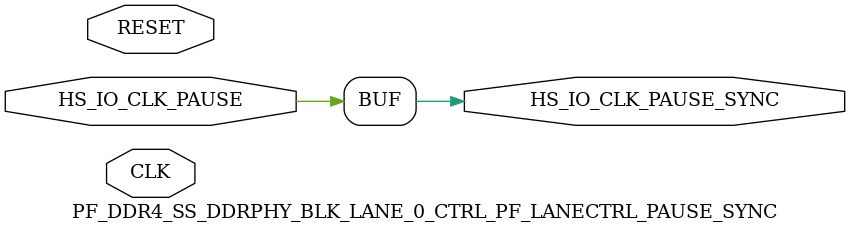
<source format=v>


module PF_DDR4_SS_DDRPHY_BLK_LANE_0_CTRL_PF_LANECTRL_PAUSE_SYNC( CLK, RESET, HS_IO_CLK_PAUSE, HS_IO_CLK_PAUSE_SYNC );
	
	input CLK, RESET, HS_IO_CLK_PAUSE;
	output HS_IO_CLK_PAUSE_SYNC;

	parameter ENABLE_PAUSE_EXTENSION = 2'b00;

	reg pause_reg_0, pause_reg_1, pause;
	wire pause_sync_0_i;

	generate 
		if( ENABLE_PAUSE_EXTENSION == 3'b000 ) begin : feed
			assign HS_IO_CLK_PAUSE_SYNC = HS_IO_CLK_PAUSE;
		end else if( ENABLE_PAUSE_EXTENSION == 3'b001 ) begin : pipe
			(* HS_IO_CLK_PAUSE_SYNC = 1, syn_keep = 1 *) SLE pause_sync_0(
				.CLK( CLK ),
				.D( HS_IO_CLK_PAUSE ),
				.Q( pause_sync_0_i ),
				.LAT( 1'b0 ),
				.EN( 1'b1 ),
				.ALn( ~RESET ),
				.ADn( 1'b1 ),
				.SLn( 1'b1 ),
				.SD( 1'b0 )
				);

			(* HS_IO_CLK_PAUSE_SYNC = 1, syn_keep = 1 *) SLE pause_sync (
				.CLK( CLK ),
				.D( pause_sync_0_i ),
				.Q( HS_IO_CLK_PAUSE_SYNC ),
				.LAT( 1'b0 ),
				.EN( 1'b1 ),
				.ALn( ~RESET ),
				.ADn( 1'b1 ),
				.SLn( 1'b1 ),
				.SD( 1'b0 )
				);
		end else if ( ENABLE_PAUSE_EXTENSION == 3'b010 ) begin : ext_pipe
			always @(posedge CLK or posedge RESET) begin : ext
				if( RESET == 1'b1 ) begin
					pause_reg_0 <= 1'b0;
					pause_reg_1 <= 1'b0;
					pause <= 1'b0;
				end else begin
					pause_reg_0 <= HS_IO_CLK_PAUSE;
					pause_reg_1 <= pause_reg_0;
					if( HS_IO_CLK_PAUSE == 1'b0 && pause_reg_0 ==1'b1 && pause_reg_1 == 1'b0 )
						pause <= 1'b1; // Extend by 1 cycle if the pulse is less than a cycle
					else
						pause <= HS_IO_CLK_PAUSE;
				end
			end

			(* HS_IO_CLK_PAUSE_SYNC = 1, syn_keep = 1 *) SLE pause_sync (
				.CLK( CLK ),
				.D( pause ),
				.Q( HS_IO_CLK_PAUSE_SYNC ),
				.LAT( 1'b0 ),
				.EN( 1'b1 ),
				.ALn( ~RESET ),
				.ADn( 1'b1 ),
				.SLn( 1'b1 ),
				.SD( 1'b0 )
				);
		end else if ( ENABLE_PAUSE_EXTENSION == 3'b011 ) begin : pipe_fall 
			(* HS_IO_CLK_PAUSE_SYNC = 1, syn_keep = 1 *) SLE pause_sync_0 (
				.CLK( CLK ),
				.D( HS_IO_CLK_PAUSE ),
				.Q( pause_sync_0_i ),
				.LAT( 1'b0 ),
				.EN( 1'b1 ),
				.ALn( ~RESET ),
				.ADn( 1'b1 ),
				.SLn( 1'b1 ),
				.SD( 1'b0 )
				);

			(* HS_IO_CLK_PAUSE_SYNC = 1, syn_keep = 1 *) SLE pause_sync (
				.CLK( ~CLK ),
				.D( pause_sync_0_i ),
				.Q( HS_IO_CLK_PAUSE_SYNC ),
				.LAT( 1'b0 ),
				.EN( 1'b1 ),
				.ALn( ~RESET ),
				.ADn( 1'b1 ),
				.SLn( 1'b1 ),
				.SD( 1'b0 )
				);
		end else if ( ENABLE_PAUSE_EXTENSION == 3'b100 ) begin : ext_pipe_fall 
			always @(posedge CLK or posedge RESET) begin : ext
				if( RESET == 1'b1 ) begin
					pause_reg_0 <= 1'b0;
					pause_reg_1 <= 1'b0;
					pause <= 1'b0;
				end else begin
					pause_reg_0 <= HS_IO_CLK_PAUSE;
					pause_reg_1 <= pause_reg_0;
					if( HS_IO_CLK_PAUSE == 1'b0 && pause_reg_0 ==1'b1 && pause_reg_1 == 1'b0 )
						pause <= 1'b1; // Extend by 1 cycle if the pulse is less than a cycle
					else
						pause <= HS_IO_CLK_PAUSE;
				end
			end

			(* HS_IO_CLK_PAUSE_SYNC = 1, syn_keep = 1 *) SLE pause_sync (
				.CLK( ~CLK ),
				.D( pause ),
				.Q( HS_IO_CLK_PAUSE_SYNC ),
				.LAT( 1'b0 ),
				.EN( 1'b1 ),
				.ALn( ~RESET ),
				.ADn( 1'b1 ),
				.SLn( 1'b1 ),
				.SD( 1'b0 )
				);
		end
	endgenerate

endmodule
</source>
